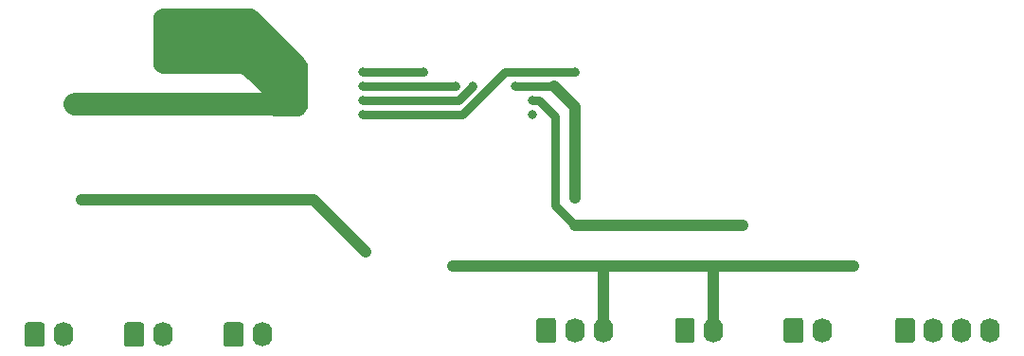
<source format=gbl>
G04 #@! TF.GenerationSoftware,KiCad,Pcbnew,5.1.4-e60b266~84~ubuntu18.04.1*
G04 #@! TF.CreationDate,2019-09-15T19:51:56+01:00*
G04 #@! TF.ProjectId,minitiouner-rt5047,6d696e69-7469-46f7-956e-65722d727435,rev?*
G04 #@! TF.SameCoordinates,Original*
G04 #@! TF.FileFunction,Copper,L2,Bot*
G04 #@! TF.FilePolarity,Positive*
%FSLAX46Y46*%
G04 Gerber Fmt 4.6, Leading zero omitted, Abs format (unit mm)*
G04 Created by KiCad (PCBNEW 5.1.4-e60b266~84~ubuntu18.04.1) date 2019-09-15 19:51:56*
%MOMM*%
%LPD*%
G04 APERTURE LIST*
%ADD10C,0.650000*%
%ADD11C,0.100000*%
%ADD12C,1.740000*%
%ADD13O,1.740000X2.200000*%
%ADD14C,0.800000*%
%ADD15C,1.200000*%
%ADD16C,1.000000*%
%ADD17C,2.000000*%
%ADD18C,0.750000*%
%ADD19C,0.254000*%
G04 APERTURE END LIST*
D10*
X69525000Y-94050000D03*
X69525000Y-95000000D03*
X69525000Y-95950000D03*
X70475000Y-94050000D03*
X70475000Y-95000000D03*
X70475000Y-95950000D03*
D11*
G36*
X48142505Y-115487204D02*
G01*
X48166773Y-115490804D01*
X48190572Y-115496765D01*
X48213671Y-115505030D01*
X48235850Y-115515520D01*
X48256893Y-115528132D01*
X48276599Y-115542747D01*
X48294777Y-115559223D01*
X48311253Y-115577401D01*
X48325868Y-115597107D01*
X48338480Y-115618150D01*
X48348970Y-115640329D01*
X48357235Y-115663428D01*
X48363196Y-115687227D01*
X48366796Y-115711495D01*
X48368000Y-115735999D01*
X48368000Y-117436001D01*
X48366796Y-117460505D01*
X48363196Y-117484773D01*
X48357235Y-117508572D01*
X48348970Y-117531671D01*
X48338480Y-117553850D01*
X48325868Y-117574893D01*
X48311253Y-117594599D01*
X48294777Y-117612777D01*
X48276599Y-117629253D01*
X48256893Y-117643868D01*
X48235850Y-117656480D01*
X48213671Y-117666970D01*
X48190572Y-117675235D01*
X48166773Y-117681196D01*
X48142505Y-117684796D01*
X48118001Y-117686000D01*
X46877999Y-117686000D01*
X46853495Y-117684796D01*
X46829227Y-117681196D01*
X46805428Y-117675235D01*
X46782329Y-117666970D01*
X46760150Y-117656480D01*
X46739107Y-117643868D01*
X46719401Y-117629253D01*
X46701223Y-117612777D01*
X46684747Y-117594599D01*
X46670132Y-117574893D01*
X46657520Y-117553850D01*
X46647030Y-117531671D01*
X46638765Y-117508572D01*
X46632804Y-117484773D01*
X46629204Y-117460505D01*
X46628000Y-117436001D01*
X46628000Y-115735999D01*
X46629204Y-115711495D01*
X46632804Y-115687227D01*
X46638765Y-115663428D01*
X46647030Y-115640329D01*
X46657520Y-115618150D01*
X46670132Y-115597107D01*
X46684747Y-115577401D01*
X46701223Y-115559223D01*
X46719401Y-115542747D01*
X46739107Y-115528132D01*
X46760150Y-115515520D01*
X46782329Y-115505030D01*
X46805428Y-115496765D01*
X46829227Y-115490804D01*
X46853495Y-115487204D01*
X46877999Y-115486000D01*
X48118001Y-115486000D01*
X48142505Y-115487204D01*
X48142505Y-115487204D01*
G37*
D12*
X47498000Y-116586000D03*
D13*
X50038000Y-116586000D03*
X58928000Y-116586000D03*
D11*
G36*
X57032505Y-115487204D02*
G01*
X57056773Y-115490804D01*
X57080572Y-115496765D01*
X57103671Y-115505030D01*
X57125850Y-115515520D01*
X57146893Y-115528132D01*
X57166599Y-115542747D01*
X57184777Y-115559223D01*
X57201253Y-115577401D01*
X57215868Y-115597107D01*
X57228480Y-115618150D01*
X57238970Y-115640329D01*
X57247235Y-115663428D01*
X57253196Y-115687227D01*
X57256796Y-115711495D01*
X57258000Y-115735999D01*
X57258000Y-117436001D01*
X57256796Y-117460505D01*
X57253196Y-117484773D01*
X57247235Y-117508572D01*
X57238970Y-117531671D01*
X57228480Y-117553850D01*
X57215868Y-117574893D01*
X57201253Y-117594599D01*
X57184777Y-117612777D01*
X57166599Y-117629253D01*
X57146893Y-117643868D01*
X57125850Y-117656480D01*
X57103671Y-117666970D01*
X57080572Y-117675235D01*
X57056773Y-117681196D01*
X57032505Y-117684796D01*
X57008001Y-117686000D01*
X55767999Y-117686000D01*
X55743495Y-117684796D01*
X55719227Y-117681196D01*
X55695428Y-117675235D01*
X55672329Y-117666970D01*
X55650150Y-117656480D01*
X55629107Y-117643868D01*
X55609401Y-117629253D01*
X55591223Y-117612777D01*
X55574747Y-117594599D01*
X55560132Y-117574893D01*
X55547520Y-117553850D01*
X55537030Y-117531671D01*
X55528765Y-117508572D01*
X55522804Y-117484773D01*
X55519204Y-117460505D01*
X55518000Y-117436001D01*
X55518000Y-115735999D01*
X55519204Y-115711495D01*
X55522804Y-115687227D01*
X55528765Y-115663428D01*
X55537030Y-115640329D01*
X55547520Y-115618150D01*
X55560132Y-115597107D01*
X55574747Y-115577401D01*
X55591223Y-115559223D01*
X55609401Y-115542747D01*
X55629107Y-115528132D01*
X55650150Y-115515520D01*
X55672329Y-115505030D01*
X55695428Y-115496765D01*
X55719227Y-115490804D01*
X55743495Y-115487204D01*
X55767999Y-115486000D01*
X57008001Y-115486000D01*
X57032505Y-115487204D01*
X57032505Y-115487204D01*
G37*
D12*
X56388000Y-116586000D03*
D11*
G36*
X115960505Y-115106204D02*
G01*
X115984773Y-115109804D01*
X116008572Y-115115765D01*
X116031671Y-115124030D01*
X116053850Y-115134520D01*
X116074893Y-115147132D01*
X116094599Y-115161747D01*
X116112777Y-115178223D01*
X116129253Y-115196401D01*
X116143868Y-115216107D01*
X116156480Y-115237150D01*
X116166970Y-115259329D01*
X116175235Y-115282428D01*
X116181196Y-115306227D01*
X116184796Y-115330495D01*
X116186000Y-115354999D01*
X116186000Y-117055001D01*
X116184796Y-117079505D01*
X116181196Y-117103773D01*
X116175235Y-117127572D01*
X116166970Y-117150671D01*
X116156480Y-117172850D01*
X116143868Y-117193893D01*
X116129253Y-117213599D01*
X116112777Y-117231777D01*
X116094599Y-117248253D01*
X116074893Y-117262868D01*
X116053850Y-117275480D01*
X116031671Y-117285970D01*
X116008572Y-117294235D01*
X115984773Y-117300196D01*
X115960505Y-117303796D01*
X115936001Y-117305000D01*
X114695999Y-117305000D01*
X114671495Y-117303796D01*
X114647227Y-117300196D01*
X114623428Y-117294235D01*
X114600329Y-117285970D01*
X114578150Y-117275480D01*
X114557107Y-117262868D01*
X114537401Y-117248253D01*
X114519223Y-117231777D01*
X114502747Y-117213599D01*
X114488132Y-117193893D01*
X114475520Y-117172850D01*
X114465030Y-117150671D01*
X114456765Y-117127572D01*
X114450804Y-117103773D01*
X114447204Y-117079505D01*
X114446000Y-117055001D01*
X114446000Y-115354999D01*
X114447204Y-115330495D01*
X114450804Y-115306227D01*
X114456765Y-115282428D01*
X114465030Y-115259329D01*
X114475520Y-115237150D01*
X114488132Y-115216107D01*
X114502747Y-115196401D01*
X114519223Y-115178223D01*
X114537401Y-115161747D01*
X114557107Y-115147132D01*
X114578150Y-115134520D01*
X114600329Y-115124030D01*
X114623428Y-115115765D01*
X114647227Y-115109804D01*
X114671495Y-115106204D01*
X114695999Y-115105000D01*
X115936001Y-115105000D01*
X115960505Y-115106204D01*
X115960505Y-115106204D01*
G37*
D12*
X115316000Y-116205000D03*
D13*
X117856000Y-116205000D03*
D11*
G36*
X93862505Y-115106204D02*
G01*
X93886773Y-115109804D01*
X93910572Y-115115765D01*
X93933671Y-115124030D01*
X93955850Y-115134520D01*
X93976893Y-115147132D01*
X93996599Y-115161747D01*
X94014777Y-115178223D01*
X94031253Y-115196401D01*
X94045868Y-115216107D01*
X94058480Y-115237150D01*
X94068970Y-115259329D01*
X94077235Y-115282428D01*
X94083196Y-115306227D01*
X94086796Y-115330495D01*
X94088000Y-115354999D01*
X94088000Y-117055001D01*
X94086796Y-117079505D01*
X94083196Y-117103773D01*
X94077235Y-117127572D01*
X94068970Y-117150671D01*
X94058480Y-117172850D01*
X94045868Y-117193893D01*
X94031253Y-117213599D01*
X94014777Y-117231777D01*
X93996599Y-117248253D01*
X93976893Y-117262868D01*
X93955850Y-117275480D01*
X93933671Y-117285970D01*
X93910572Y-117294235D01*
X93886773Y-117300196D01*
X93862505Y-117303796D01*
X93838001Y-117305000D01*
X92597999Y-117305000D01*
X92573495Y-117303796D01*
X92549227Y-117300196D01*
X92525428Y-117294235D01*
X92502329Y-117285970D01*
X92480150Y-117275480D01*
X92459107Y-117262868D01*
X92439401Y-117248253D01*
X92421223Y-117231777D01*
X92404747Y-117213599D01*
X92390132Y-117193893D01*
X92377520Y-117172850D01*
X92367030Y-117150671D01*
X92358765Y-117127572D01*
X92352804Y-117103773D01*
X92349204Y-117079505D01*
X92348000Y-117055001D01*
X92348000Y-115354999D01*
X92349204Y-115330495D01*
X92352804Y-115306227D01*
X92358765Y-115282428D01*
X92367030Y-115259329D01*
X92377520Y-115237150D01*
X92390132Y-115216107D01*
X92404747Y-115196401D01*
X92421223Y-115178223D01*
X92439401Y-115161747D01*
X92459107Y-115147132D01*
X92480150Y-115134520D01*
X92502329Y-115124030D01*
X92525428Y-115115765D01*
X92549227Y-115109804D01*
X92573495Y-115106204D01*
X92597999Y-115105000D01*
X93838001Y-115105000D01*
X93862505Y-115106204D01*
X93862505Y-115106204D01*
G37*
D12*
X93218000Y-116205000D03*
D13*
X95758000Y-116205000D03*
X98298000Y-116205000D03*
D11*
G36*
X125930005Y-115106204D02*
G01*
X125954273Y-115109804D01*
X125978072Y-115115765D01*
X126001171Y-115124030D01*
X126023350Y-115134520D01*
X126044393Y-115147132D01*
X126064099Y-115161747D01*
X126082277Y-115178223D01*
X126098753Y-115196401D01*
X126113368Y-115216107D01*
X126125980Y-115237150D01*
X126136470Y-115259329D01*
X126144735Y-115282428D01*
X126150696Y-115306227D01*
X126154296Y-115330495D01*
X126155500Y-115354999D01*
X126155500Y-117055001D01*
X126154296Y-117079505D01*
X126150696Y-117103773D01*
X126144735Y-117127572D01*
X126136470Y-117150671D01*
X126125980Y-117172850D01*
X126113368Y-117193893D01*
X126098753Y-117213599D01*
X126082277Y-117231777D01*
X126064099Y-117248253D01*
X126044393Y-117262868D01*
X126023350Y-117275480D01*
X126001171Y-117285970D01*
X125978072Y-117294235D01*
X125954273Y-117300196D01*
X125930005Y-117303796D01*
X125905501Y-117305000D01*
X124665499Y-117305000D01*
X124640995Y-117303796D01*
X124616727Y-117300196D01*
X124592928Y-117294235D01*
X124569829Y-117285970D01*
X124547650Y-117275480D01*
X124526607Y-117262868D01*
X124506901Y-117248253D01*
X124488723Y-117231777D01*
X124472247Y-117213599D01*
X124457632Y-117193893D01*
X124445020Y-117172850D01*
X124434530Y-117150671D01*
X124426265Y-117127572D01*
X124420304Y-117103773D01*
X124416704Y-117079505D01*
X124415500Y-117055001D01*
X124415500Y-115354999D01*
X124416704Y-115330495D01*
X124420304Y-115306227D01*
X124426265Y-115282428D01*
X124434530Y-115259329D01*
X124445020Y-115237150D01*
X124457632Y-115216107D01*
X124472247Y-115196401D01*
X124488723Y-115178223D01*
X124506901Y-115161747D01*
X124526607Y-115147132D01*
X124547650Y-115134520D01*
X124569829Y-115124030D01*
X124592928Y-115115765D01*
X124616727Y-115109804D01*
X124640995Y-115106204D01*
X124665499Y-115105000D01*
X125905501Y-115105000D01*
X125930005Y-115106204D01*
X125930005Y-115106204D01*
G37*
D12*
X125285500Y-116205000D03*
D13*
X127825500Y-116205000D03*
X130365500Y-116205000D03*
X132905500Y-116205000D03*
D11*
G36*
X65922505Y-115487204D02*
G01*
X65946773Y-115490804D01*
X65970572Y-115496765D01*
X65993671Y-115505030D01*
X66015850Y-115515520D01*
X66036893Y-115528132D01*
X66056599Y-115542747D01*
X66074777Y-115559223D01*
X66091253Y-115577401D01*
X66105868Y-115597107D01*
X66118480Y-115618150D01*
X66128970Y-115640329D01*
X66137235Y-115663428D01*
X66143196Y-115687227D01*
X66146796Y-115711495D01*
X66148000Y-115735999D01*
X66148000Y-117436001D01*
X66146796Y-117460505D01*
X66143196Y-117484773D01*
X66137235Y-117508572D01*
X66128970Y-117531671D01*
X66118480Y-117553850D01*
X66105868Y-117574893D01*
X66091253Y-117594599D01*
X66074777Y-117612777D01*
X66056599Y-117629253D01*
X66036893Y-117643868D01*
X66015850Y-117656480D01*
X65993671Y-117666970D01*
X65970572Y-117675235D01*
X65946773Y-117681196D01*
X65922505Y-117684796D01*
X65898001Y-117686000D01*
X64657999Y-117686000D01*
X64633495Y-117684796D01*
X64609227Y-117681196D01*
X64585428Y-117675235D01*
X64562329Y-117666970D01*
X64540150Y-117656480D01*
X64519107Y-117643868D01*
X64499401Y-117629253D01*
X64481223Y-117612777D01*
X64464747Y-117594599D01*
X64450132Y-117574893D01*
X64437520Y-117553850D01*
X64427030Y-117531671D01*
X64418765Y-117508572D01*
X64412804Y-117484773D01*
X64409204Y-117460505D01*
X64408000Y-117436001D01*
X64408000Y-115735999D01*
X64409204Y-115711495D01*
X64412804Y-115687227D01*
X64418765Y-115663428D01*
X64427030Y-115640329D01*
X64437520Y-115618150D01*
X64450132Y-115597107D01*
X64464747Y-115577401D01*
X64481223Y-115559223D01*
X64499401Y-115542747D01*
X64519107Y-115528132D01*
X64540150Y-115515520D01*
X64562329Y-115505030D01*
X64585428Y-115496765D01*
X64609227Y-115490804D01*
X64633495Y-115487204D01*
X64657999Y-115486000D01*
X65898001Y-115486000D01*
X65922505Y-115487204D01*
X65922505Y-115487204D01*
G37*
D12*
X65278000Y-116586000D03*
D13*
X67818000Y-116586000D03*
D11*
G36*
X106245005Y-115106204D02*
G01*
X106269273Y-115109804D01*
X106293072Y-115115765D01*
X106316171Y-115124030D01*
X106338350Y-115134520D01*
X106359393Y-115147132D01*
X106379099Y-115161747D01*
X106397277Y-115178223D01*
X106413753Y-115196401D01*
X106428368Y-115216107D01*
X106440980Y-115237150D01*
X106451470Y-115259329D01*
X106459735Y-115282428D01*
X106465696Y-115306227D01*
X106469296Y-115330495D01*
X106470500Y-115354999D01*
X106470500Y-117055001D01*
X106469296Y-117079505D01*
X106465696Y-117103773D01*
X106459735Y-117127572D01*
X106451470Y-117150671D01*
X106440980Y-117172850D01*
X106428368Y-117193893D01*
X106413753Y-117213599D01*
X106397277Y-117231777D01*
X106379099Y-117248253D01*
X106359393Y-117262868D01*
X106338350Y-117275480D01*
X106316171Y-117285970D01*
X106293072Y-117294235D01*
X106269273Y-117300196D01*
X106245005Y-117303796D01*
X106220501Y-117305000D01*
X104980499Y-117305000D01*
X104955995Y-117303796D01*
X104931727Y-117300196D01*
X104907928Y-117294235D01*
X104884829Y-117285970D01*
X104862650Y-117275480D01*
X104841607Y-117262868D01*
X104821901Y-117248253D01*
X104803723Y-117231777D01*
X104787247Y-117213599D01*
X104772632Y-117193893D01*
X104760020Y-117172850D01*
X104749530Y-117150671D01*
X104741265Y-117127572D01*
X104735304Y-117103773D01*
X104731704Y-117079505D01*
X104730500Y-117055001D01*
X104730500Y-115354999D01*
X104731704Y-115330495D01*
X104735304Y-115306227D01*
X104741265Y-115282428D01*
X104749530Y-115259329D01*
X104760020Y-115237150D01*
X104772632Y-115216107D01*
X104787247Y-115196401D01*
X104803723Y-115178223D01*
X104821901Y-115161747D01*
X104841607Y-115147132D01*
X104862650Y-115134520D01*
X104884829Y-115124030D01*
X104907928Y-115115765D01*
X104931727Y-115109804D01*
X104955995Y-115106204D01*
X104980499Y-115105000D01*
X106220501Y-115105000D01*
X106245005Y-115106204D01*
X106245005Y-115106204D01*
G37*
D12*
X105600500Y-116205000D03*
D13*
X108140500Y-116205000D03*
D14*
X77089000Y-109220000D03*
X51688998Y-104521000D03*
X59055000Y-88773000D03*
X61087000Y-88773000D03*
X63119000Y-88773000D03*
X65151000Y-88773000D03*
X64135000Y-87884000D03*
X62103000Y-87884000D03*
X60071000Y-87884000D03*
X66294000Y-87884000D03*
X66548000Y-89027000D03*
D15*
X51054004Y-95948500D03*
X54927500Y-95948500D03*
X53022500Y-95948500D03*
D14*
X84836000Y-110490000D03*
X120650000Y-110490000D03*
X76831000Y-96905000D03*
X92007500Y-96905000D03*
X76831000Y-95635000D03*
X92011500Y-95631000D03*
X110807500Y-106807000D03*
X76831000Y-94365000D03*
X93916500Y-94361002D03*
X95757992Y-104394000D03*
X76835000Y-93091000D03*
X82232500Y-93091000D03*
X85090000Y-94361000D03*
X86677500Y-94361000D03*
X90487500Y-94361000D03*
X95821502Y-93091000D03*
D16*
X72390000Y-104521000D02*
X52254683Y-104521000D01*
X52254683Y-104521000D02*
X51688998Y-104521000D01*
X77089000Y-109220000D02*
X72390000Y-104521000D01*
D17*
X69525000Y-95950000D02*
X53341504Y-95950000D01*
X53276504Y-95948500D02*
X51054004Y-95948500D01*
D16*
X98298000Y-114105000D02*
X98298000Y-116205000D01*
X84836000Y-110490000D02*
X98298000Y-110490000D01*
X98298000Y-110490000D02*
X98298000Y-114105000D01*
X108140500Y-110617000D02*
X108267500Y-110490000D01*
X108140500Y-116205000D02*
X108140500Y-110617000D01*
X98298000Y-110490000D02*
X108267500Y-110490000D01*
X108267500Y-110490000D02*
X109918500Y-110490000D01*
X109918500Y-110490000D02*
X120650000Y-110490000D01*
X120650000Y-110490000D02*
X120650000Y-110490000D01*
D18*
X92007500Y-95635000D02*
X92011500Y-95631000D01*
D16*
X95758000Y-106807000D02*
X110807500Y-106807000D01*
D18*
X93912502Y-94365000D02*
X93916500Y-94361002D01*
D16*
X95757992Y-104393994D02*
X95757992Y-104394000D01*
D18*
X82232500Y-93091000D02*
X76835000Y-93091000D01*
X76835000Y-94361000D02*
X76831000Y-94365000D01*
X85090000Y-94361000D02*
X76835000Y-94361000D01*
X93980000Y-97033815D02*
X93980000Y-105029000D01*
X93980000Y-105029000D02*
X95758000Y-106807000D01*
X92011500Y-95631000D02*
X92577185Y-95631000D01*
X92577185Y-95631000D02*
X93980000Y-97033815D01*
X85403500Y-95635000D02*
X86677500Y-94361000D01*
X76831000Y-95635000D02*
X85403500Y-95635000D01*
X86677500Y-94361000D02*
X86677500Y-94361000D01*
X90487502Y-94361002D02*
X90487500Y-94361000D01*
X93916500Y-94361002D02*
X90487502Y-94361002D01*
D16*
X95757992Y-96202494D02*
X93916500Y-94361002D01*
X95757992Y-104394000D02*
X95757992Y-96202494D01*
D18*
X85721000Y-96905000D02*
X76831000Y-96905000D01*
X95821502Y-93091000D02*
X89535000Y-93091000D01*
X89535000Y-93091000D02*
X85721000Y-96905000D01*
D19*
G36*
X66811976Y-87520376D02*
G01*
X66975637Y-87570022D01*
X67126458Y-87650637D01*
X67263496Y-87763102D01*
X71494898Y-91994504D01*
X71607363Y-92131542D01*
X71687978Y-92282363D01*
X71737624Y-92446024D01*
X71755000Y-92622448D01*
X71755000Y-96021766D01*
X71737624Y-96198189D01*
X71687978Y-96361850D01*
X71607362Y-96512672D01*
X71498870Y-96644870D01*
X71366672Y-96753362D01*
X71215850Y-96833978D01*
X71052189Y-96883624D01*
X70875766Y-96901000D01*
X69031628Y-96901000D01*
X68869249Y-96882704D01*
X68721782Y-96831104D01*
X68589496Y-96747983D01*
X68479017Y-96637504D01*
X68395896Y-96505218D01*
X68344296Y-96357751D01*
X68326000Y-96195372D01*
X68326000Y-95791214D01*
X68325388Y-95778766D01*
X68306173Y-95583675D01*
X68301317Y-95559257D01*
X68244412Y-95371664D01*
X68234884Y-95348663D01*
X68142474Y-95175776D01*
X68128642Y-95155075D01*
X68004279Y-95003539D01*
X67995910Y-94994304D01*
X66422696Y-93421090D01*
X66413461Y-93412721D01*
X66261925Y-93288358D01*
X66241224Y-93274526D01*
X66068337Y-93182116D01*
X66045336Y-93172588D01*
X65857743Y-93115683D01*
X65833325Y-93110827D01*
X65638234Y-93091612D01*
X65625786Y-93091000D01*
X59045234Y-93091000D01*
X58868811Y-93073624D01*
X58705150Y-93023978D01*
X58554328Y-92943362D01*
X58422130Y-92834870D01*
X58313638Y-92702672D01*
X58233022Y-92551850D01*
X58183376Y-92388189D01*
X58166000Y-92211766D01*
X58166000Y-88382234D01*
X58183376Y-88205811D01*
X58233022Y-88042150D01*
X58313638Y-87891328D01*
X58422130Y-87759130D01*
X58554328Y-87650638D01*
X58705150Y-87570022D01*
X58868811Y-87520376D01*
X59045234Y-87503000D01*
X66635552Y-87503000D01*
X66811976Y-87520376D01*
X66811976Y-87520376D01*
G37*
X66811976Y-87520376D02*
X66975637Y-87570022D01*
X67126458Y-87650637D01*
X67263496Y-87763102D01*
X71494898Y-91994504D01*
X71607363Y-92131542D01*
X71687978Y-92282363D01*
X71737624Y-92446024D01*
X71755000Y-92622448D01*
X71755000Y-96021766D01*
X71737624Y-96198189D01*
X71687978Y-96361850D01*
X71607362Y-96512672D01*
X71498870Y-96644870D01*
X71366672Y-96753362D01*
X71215850Y-96833978D01*
X71052189Y-96883624D01*
X70875766Y-96901000D01*
X69031628Y-96901000D01*
X68869249Y-96882704D01*
X68721782Y-96831104D01*
X68589496Y-96747983D01*
X68479017Y-96637504D01*
X68395896Y-96505218D01*
X68344296Y-96357751D01*
X68326000Y-96195372D01*
X68326000Y-95791214D01*
X68325388Y-95778766D01*
X68306173Y-95583675D01*
X68301317Y-95559257D01*
X68244412Y-95371664D01*
X68234884Y-95348663D01*
X68142474Y-95175776D01*
X68128642Y-95155075D01*
X68004279Y-95003539D01*
X67995910Y-94994304D01*
X66422696Y-93421090D01*
X66413461Y-93412721D01*
X66261925Y-93288358D01*
X66241224Y-93274526D01*
X66068337Y-93182116D01*
X66045336Y-93172588D01*
X65857743Y-93115683D01*
X65833325Y-93110827D01*
X65638234Y-93091612D01*
X65625786Y-93091000D01*
X59045234Y-93091000D01*
X58868811Y-93073624D01*
X58705150Y-93023978D01*
X58554328Y-92943362D01*
X58422130Y-92834870D01*
X58313638Y-92702672D01*
X58233022Y-92551850D01*
X58183376Y-92388189D01*
X58166000Y-92211766D01*
X58166000Y-88382234D01*
X58183376Y-88205811D01*
X58233022Y-88042150D01*
X58313638Y-87891328D01*
X58422130Y-87759130D01*
X58554328Y-87650638D01*
X58705150Y-87570022D01*
X58868811Y-87520376D01*
X59045234Y-87503000D01*
X66635552Y-87503000D01*
X66811976Y-87520376D01*
M02*

</source>
